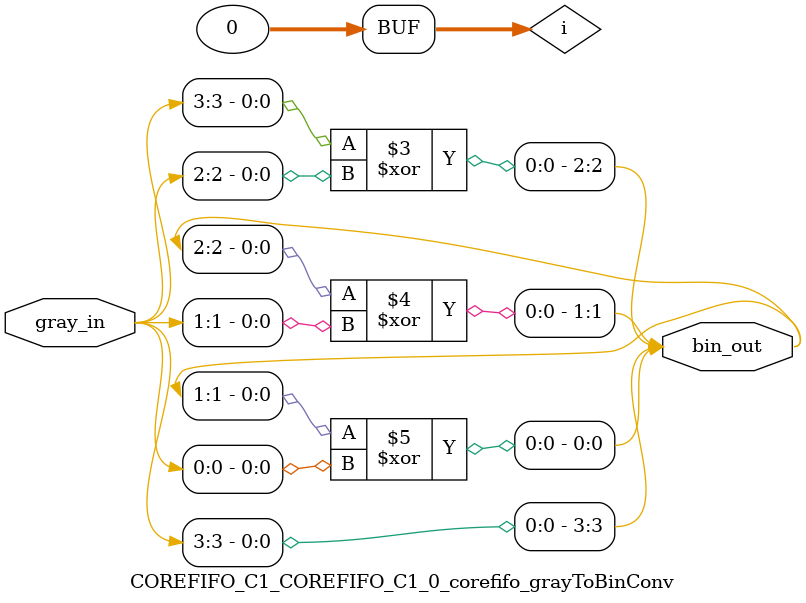
<source format=v>

`timescale 1ns / 100ps

module COREFIFO_C1_COREFIFO_C1_0_corefifo_grayToBinConv(
                                         gray_in,
                                         bin_out
                                        );

   // --------------------------------------------------------------------------
   // Parameter Declaration
   // --------------------------------------------------------------------------
   parameter ADDRWIDTH  = 3;
  // parameter SYNC_RESET = 0;   

   // --------------------------------------------------------------------------
   // I/O Declaration
   // --------------------------------------------------------------------------

   //--------
   // Inputs
   //--------
   input [ADDRWIDTH:0]    gray_in;

   //---------
   // Outputs
   //---------
   output [ADDRWIDTH:0] bin_out;

   // --------------------------------------------------------------------------
   // Internal signals
   // --------------------------------------------------------------------------
   reg [ADDRWIDTH:0]      bin_out;   
   integer                i;
   

   // --------------------------------------------------------------------------
   //                               Start - of - Code
   // --------------------------------------------------------------------------


   // --------------------------------------------------------------------------
   // Logic to Convert the Gray code to Binary
   // --------------------------------------------------------------------------
   always @(*) begin

      bin_out[ADDRWIDTH]  = gray_in[ADDRWIDTH];      

      for(i=ADDRWIDTH;i>0;i = i-1) begin
         bin_out[i-1]     = (bin_out[i] ^ gray_in[i-1]);
      end

   end

endmodule // corefifo_grayToBinConv

// --------------------------------------------------------------------------
//                             End - of - Code
// --------------------------------------------------------------------------

</source>
